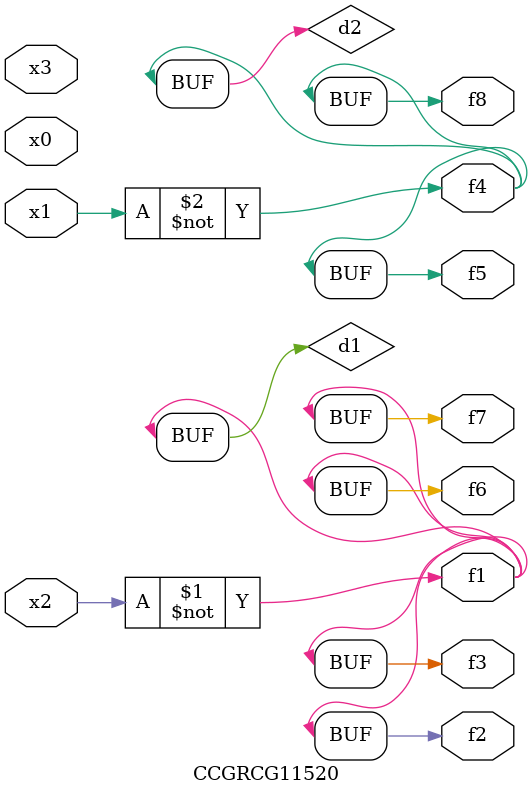
<source format=v>
module CCGRCG11520(
	input x0, x1, x2, x3,
	output f1, f2, f3, f4, f5, f6, f7, f8
);

	wire d1, d2;

	xnor (d1, x2);
	not (d2, x1);
	assign f1 = d1;
	assign f2 = d1;
	assign f3 = d1;
	assign f4 = d2;
	assign f5 = d2;
	assign f6 = d1;
	assign f7 = d1;
	assign f8 = d2;
endmodule

</source>
